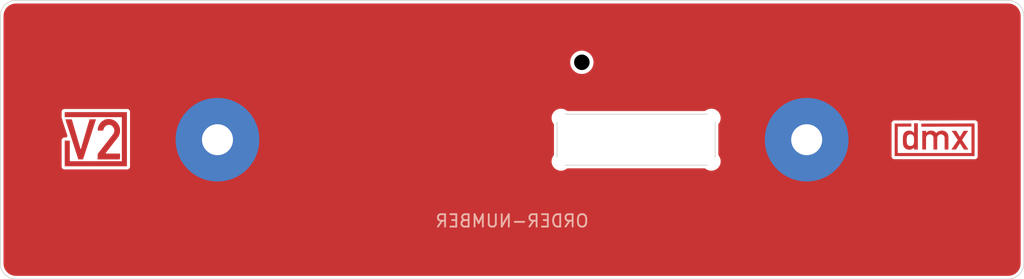
<source format=kicad_pcb>
(kicad_pcb (version 20211014) (generator pcbnew)
  (layers (0 "F.Cu" signal "Front") (31 "B.Cu" signal "Back") (34 "B.Paste" user) (35 "F.Paste" user) (36 "B.SilkS" user "B.Silkscreen") (37 "F.SilkS" user "F.Silkscreen") (38 "B.Mask" user) (39 "F.Mask" user) (44 "Edge.Cuts" user))
  (net 0 "")
  (net 1 "/SHIELD")
  (footprint "V2_Artwork:Board_dmx_Small" (layer "F.Cu") (at 177.25 106)
    (fp_text reference "ICON2" hide)
    (fp_text value "Board_dmx" hide)
    (fp_poly (pts (xy -1.081094 0.635153) (xy -1.323914 0.635153) (xy -1.323914 0.508218) (xy -1.339195 0.524699) (xy -1.355046 0.540163) (xy -1.371468 0.554607) (xy -1.388459 0.56803) (xy -1.40602 0.58043) (xy -1.424151 0.591806) (xy -1.442852 0.602155) (xy -1.462124 0.611475) (xy -1.481965 0.619766) (xy -1.502377 0.627026) (xy -1.523358 0.633252) (xy -1.54491 0.638443) (xy -1.567032 0.642597) (xy -1.589724 0.645713) (xy -1.612985 0.647789) (xy -1.636817 0.648823) (xy -1.650374 0.648375) (xy -1.663679 0.647614) (xy -1.676735 0.646539) (xy -1.689541 0.64515) (xy -1.702099 0.643445) (xy -1.714408 0.641423) (xy -1.72647 0.639083) (xy -1.738285 0.636423) (xy -1.749853 0.633444) (xy -1.761176 0.630142) (xy -1.772253 0.626518) (xy -1.783086 0.62257) (xy -1.793675 0.618297) (xy -1.80402 0.613698) (xy -1.814122 0.608772) (xy -1.823983 0.603518) (xy -1.83408 0.598208) (xy -1.843964 0.592679) (xy -1.853636 0.586931) (xy -1.863096 0.580962) (xy -1.872343 0.574774) (xy -1.881377 0.568367) (xy -1.890199 0.561739) (xy -1.898808 0.554892) (xy -1.907204 0.547825) (xy -1.915388 0.540538) (xy -1.92336 0.533032) (xy -1.931119 0.525306) (xy -1.938665 0.51736) (xy -1.945999 0.509194) (xy -1.95312 0.500809) (xy -1.960028 0.492204) (xy -1.966154 0.484872) (xy -1.972011 0.477228) (xy -1.977599 0.469273) (xy -1.982921 0.461007) (xy -1.987977 0.45243) (xy -1.992768 0.443541) (xy -1.997296 0.434341) (xy -2.001563 0.42483) (xy -2.005568 0.415008) (xy -2.009313 0.404874) (xy -2.0128 0.394429) (xy -2.01603 0.383673) (xy -2.019004 0.372606) (xy -2.021723 0.361227) (xy -2.024188 0.349537) (xy -2.026401 0.337536) (xy -2.031039 0.312363) (xy -2.035059 0.283417) (xy -2.03846 0.2507) (xy -2.041243 0.214212) (xy -2.043407 0.173952) (xy -2.044953 0.129921) (xy -2.04588 0.082118) (xy -2.04619 0.030544) (xy -1.802957 0.030544) (xy -1.802859 0.047625) (xy -1.802558 0.064597) (xy -1.802044 0.081459) (xy -1.801308 0.098211) (xy -1.80034 0.114853) (xy -1.799131 0.131385) (xy -1.797671 0.147808) (xy -1.795949 0.164121) (xy -1.793999 0.181038) (xy -1.791556 0.197521) (xy -1.78863 0.213573) (xy -1.785231 0.2292) (xy -1.781367 0.244406) (xy -1.77705 0.259195) (xy -1.772288 0.273572) (xy -1.767091 0.287541) (xy -1.764052 0.293986) (xy -1.76081 0.300285) (xy -1.757363 0.306438) (xy -1.753712 0.312447) (xy -1.749855 0.318312) (xy -1.745793 0.324032) (xy -1.741524 0.32961) (xy -1.737048 0.335046) (xy -1.732364 0.340339) (xy -1.727472 0.345492) (xy -1.72237 0.350503) (xy -1.71706 0.355374) (xy -1.711539 0.360106) (xy -1.705807 0.364698) (xy -1.699865 0.369153) (xy -1.69371 0.373469) (xy -1.687907 0.377373) (xy -1.681786 0.381029) (xy -1.675344 0.384437) (xy -1.668581 0.387597) (xy -1.661497 0.390506) (xy -1.654091 0.393166) (xy -1.646363 0.395575) (xy -1.638312 0.397733) (xy -1.629937 0.39964) (xy -1.621238 0.401293) (xy -1.612214 0.402695) (xy -1.602864 0.403842) (xy -1.593189 0.404736) (xy -1.583186 0.405375) (xy -1.572857 0.405758) (xy -1.562199 0.405886) (xy -1.551595 0.405754) (xy -1.541271 0.405354) (xy -1.531227 0.404687) (xy -1.521463 0.403751) (xy -1.511979 0.402544) (xy -1.502776 0.401067) (xy -1.493853 0.399317) (xy -1.48521 0.397294) (xy -1.476847 0.394996) (xy -1.468765 0.392422) (xy -1.460962 0.389572) (xy -1.45344 0.386443) (xy -1.446199 0.383035) (xy -1.439237 0.379347) (xy -1.432555 0.375377) (xy -1.426154 0.371125) (xy -1.420086 0.3668) (xy -1.414252 0.362318) (xy -1.408651 0.35768) (xy -1.403287 0.352884) (xy -1.398158 0.347931) (xy -1.393268 0.342819) (xy -1.388617 0.337548) (xy -1.384207 0.332117) (xy -1.380038 0.326526) (xy -1.376111 0.320774) (xy -1.372429 0.314861) (xy -1.368992 0.308786) (xy -1.365801 0.302549) (xy -1.362858 0.296149) (xy -1.360164 0.289585) (xy -1.357719 0.282856) (xy -1.352095 0.268904) (xy -1.346968 0.254582) (xy -1.342334 0.239884) (xy -1.338188 0.224806) (xy -1.334525 0.209344) (xy -1.331341 0.193492) (xy -1.32863 0.177247) (xy -1.326387 0.160604) (xy -1.325305 0.12765) (xy -1.324532 0.094989) (xy -1.324069 0.06262) (xy -1.323914 0.030544) (xy -1.324069 -0.003955) (xy -1.324532 -0.037758) (xy -1.325305 -0.070902) (xy -1.326387 -0.103424) (xy -1.32863 -0.119242) (xy -1.331341 -0.134768) (xy -1.334525 -0.15) (xy -1.338188 -0.164939) (xy -1.342334 -0.179586) (xy -1.346968 -0.193939) (xy -1.352095 -0.208) (xy -1.357719 -0.221767) (xy -1.360164 -0.228564) (xy -1.362858 -0.235189) (xy -1.365801 -0.241642) (xy -1.368992 -0.247924) (xy -1.372429 -0.254037) (xy -1.376111 -0.259982) (xy -1.380038 -0.265759) (xy -1.384207 -0.271371) (xy -1.388617 -0.276818) (xy -1.393268 -0.282101) (xy -1.398158 -0.287222) (xy -1.403287 -0.292182) (xy -1.408651 -0.296981) (xy -1.414252 -0.301621) (xy -1.420086 -0.306103) (xy -1.426154 -0.310429) (xy -1.432555 -0.314474) (xy -1.439237 -0.318264) (xy -1.446199 -0.321795) (xy -1.45344 -0.325069) (xy -1.460962 -0.328084) (xy -1.468765 -0.33084) (xy -1.476847 -0.333336) (xy -1.48521 -0.335572) (xy -1.493853 -0.337547) (xy -1.502776 -0.33926) (xy -1.511979 -0.340712) (xy -1.521463 -0.3419) (xy -1.531227 -0.342826) (xy -1.541271 -0.343488) (xy -1.551595 -0.343886) (xy -1.562199 -0.344018) (xy -1.572857 -0.343904) (xy -1.583186 -0.343561) (xy -1.593189 -0.342988) (xy -1.602864 -0.342187) (xy -1.612214 -0.341157) (xy -1.621238 -0.339899) (xy -1.629937 -0.338411) (xy -1.638312 -0.336695) (xy -1.646363 -0.334749) (xy -1.654091 -0.332575) (xy -1.661497 -0.330172) (xy -1.668581 -0.327541) (xy -1.675344 -0.32468) (xy -1.681786 -0.321591) (xy -1.687907 -0.318272) (xy -1.69371 -0.314725) (xy -1.699865 -0.310748) (xy -1.705807 -0.306579) (xy -1.711539 -0.302221) (xy -1.71706 -0.297674) (xy -1.72237 -0.292939) (xy -1.727472 -0.288018) (xy -1.732364 -0.282911) (xy -1.737048 -0.27762) (xy -1.741524 -0.272146) (xy -1.745793 -0.26649) (xy -1.749855 -0.260653) (xy -1.753712 -0.254637) (xy -1.757363 -0.248442) (xy -1.76081 -0.24207) (xy -1.764052 -0.235521) (xy -1.767091 -0.228798) (xy -1.772288 -0.21503) (xy -1.77705 -0.200964) (xy -1.781367 -0.186595) (xy -1.785231 -0.171921) (xy -1.78863 -0.156935) (xy -1.791556 -0.141633) (xy -1.793999 -0.12601) (xy -1.795949 -0.110063) (xy -1.797671 -0.092872) (xy -1.799131 -0.07557) (xy -1.80034 -0.058159) (xy -1.801308 -0.040638) (xy -1.802044 -0.023007) (xy -1.802558 -0.005267) (xy -1.802859 0.012584) (xy -1.802957 0.030544) (xy -2.04619 0.030544) (xy -2.04588 -0.021836) (xy -2.044953 -0.070298) (xy -2.043407 -0.114842) (xy -2.041243 -0.155468) (xy -2.03846 -0.192176) (xy -2.035059 -0.224966) (xy -2.031039 -0.253838) (xy -2.028797 -0.266805) (xy -2.026401 -0.278793) (xy -2.024188 -0.290295) (xy -2.021723 -0.301513) (xy -2.019004 -0.312447) (xy -2.01603 -0.323098) (xy -2.0128 -0.333465) (xy -2.009313 -0.343548) (xy -2.005568 -0.353347) (xy -2.001563 -0.362863) (xy -1.997296 -0.372095) (xy -1.992768 -0.381043) (xy -1.987977 -0.389708) (xy -1.982921 -0.398088) (xy -1.977599 -0.406185) (xy -1.972011 -0.413998) (xy -1.966154 -0.421527) (xy -1.960028 -0.428773) (xy -1.946738 -0.447241) (xy -1.932528 -0.464565) (xy -1.9174 -0.480745) (xy -1.901352 -0.495781) (xy -1.884384 -0.509672) (xy -1.866495 -0.522419) (xy -1.847684 -0.534022) (xy -1.827951 -0.544481) (xy -1.807295 -0.553795) (xy -1.785716 -0.561965) (xy -1.763213 -0.568991) (xy -1.739786 -0.574872) (xy -1.715433 -0.57961) (xy -1.690154 -0.583203) (xy -1.663949 -0.585651) (xy -1.636817 -0.586956) (xy -1.625203 -0.586805) (xy -1.613705 -0.586353) (xy -1.602321 -0.585599) (xy -1.591051 -0.584545) (xy -1.579894 -0.583192) (xy -1.568851 -0.581539) (xy -1.55792 -0.579587) (xy -1.5471 -0.577338) (xy -1.536392 -0.574791) (xy -1.525794 -0.571947) (xy -1.515306 -0.568806) (xy -1.504927 -0.56537) (xy -1.494657 -0.561639) (xy -1.484496 -0.557613) (xy -1.474441 -0.553293) (xy -1.464494 -0.548679) (xy -1.44633 -0.538078) (xy -1.428325 -0.526776) (xy -1.410484 -0.51477) (xy -1.392813 -0.502054) (xy -1.375315 -0.488624) (xy -1.357996 -0.474476) (xy -1.340861 -0.459604) (xy -1.323914 -0.444004) (xy -1.323914 -1.060332) (xy -1.081094 -1.060332)) (layer "F.Cu") (width 0) (fill solid))
    (fp_poly (pts (xy 0.506156 -0.586544) (xy 0.524572 -0.585307) (xy 0.542795 -0.583246) (xy 0.560825 -0.580359) (xy 0.578662 -0.576646) (xy 0.596305 -0.572106) (xy 0.613756 -0.566738) (xy 0.631012 -0.560543) (xy 0.648076 -0.55352) (xy 0.664947 -0.545667) (xy 0.681624 -0.536985) (xy 0.698108 -0.527472) (xy 0.714398 -0.517129) (xy 0.730496 -0.505955) (xy 0.7464 -0.493949) (xy 0.762111 -0.48111) (xy 0.777029 -0.467388) (xy 0.791021 -0.452879) (xy 0.804086 -0.437582) (xy 0.816226 -0.421499) (xy 0.82744 -0.404628) (xy 0.83773 -0.386969) (xy 0.847096 -0.368524) (xy 0.855539 -0.349291) (xy 0.863059 -0.329271) (xy 0.869656 -0.308463) (xy 0.875333 -0.286869) (xy 0.880088 -0.264487) (xy 0.883922 -0.241318) (xy 0.886838 -0.217361) (xy 0.888833 -0.192618) (xy 0.889911 -0.167087) (xy 0.889911 0.635153) (xy 0.646678 0.635153) (xy 0.646678 -0.083505) (xy 0.646422 -0.09909) (xy 0.645653 -0.114207) (xy 0.644371 -0.128857) (xy 0.642575 -0.143037) (xy 0.640264 -0.156749) (xy 0.637439 -0.16999) (xy 0.634097 -0.182762) (xy 0.630239 -0.195062) (xy 0.625864 -0.206892) (xy 0.620972 -0.218249) (xy 0.615562 -0.229134) (xy 0.609633 -0.239545) (xy 0.603184 -0.249483) (xy 0.596216 -0.258947) (xy 0.588727 -0.267936) (xy 0.580717 -0.276449) (xy 0.572224 -0.28461) (xy 0.56344 -0.292248) (xy 0.554365 -0.299364) (xy 0.544999 -0.305955) (xy 0.53534 -0.312023) (xy 0.525388 -0.317567) (xy 0.515143 -0.322585) (xy 0.504604 -0.327077) (xy 0.49377 -0.331043) (xy 0.482641 -0.334482) (xy 0.471216 -0.337393) (xy 0.459494 -0.339777) (xy 0.447475 -0.341632) (xy 0.435159 -0.342957) (xy 0.422544 -0.343753) (xy 0.40963 -0.344018) (xy 0.396711 -0.343753) (xy 0.384083 -0.342957) (xy 0.371744 -0.341632) (xy 0.359695 -0.339777) (xy 0.347936 -0.337393) (xy 0.336467 -0.334482) (xy 0.325288 -0.331043) (xy 0.314399 -0.327077) (xy 0.303799 -0.322585) (xy 0.29349 -0.317567) (xy 0.28347 -0.312023) (xy 0.27374 -0.305955) (xy 0.2643 -0.299364) (xy 0.25515 -0.292248) (xy 0.246289 -0.28461) (xy 0.237719 -0.276449) (xy 0.229405 -0.267936) (xy 0.221622 -0.258947) (xy 0.214372 -0.249483) (xy 0.207656 -0.239545) (xy 0.201473 -0.229134) (xy 0.195825 -0.218249) (xy 0.190712 -0.206892) (xy 0.186135 -0.195062) (xy 0.182094 -0.182762) (xy 0.178589 -0.16999) (xy 0.175622 -0.156749) (xy 0.173194 -0.143037) (xy 0.171303 -0.128857) (xy 0.169953 -0.114207) (xy 0.169142 -0.09909) (xy 0.168871 -0.083505) (xy 0.168871 0.635153) (xy -0.073949 0.635153) (xy -0.073949 -0.083505) (xy -0.074209 -0.09909) (xy -0.074991 -0.114207) (xy -0.076294 -0.128857) (xy -0.078116 -0.143037) (xy -0.080458 -0.156749) (xy -0.083318 -0.16999) (xy -0.086697 -0.182762) (xy -0.090593 -0.195062) (xy -0.095006 -0.206892) (xy -0.099936 -0.218249) (xy -0.105381 -0.229134) (xy -0.111341 -0.239545) (xy -0.117816 -0.249483) (xy -0.124805 -0.258947) (xy -0.132307 -0.267936) (xy -0.140321 -0.276449) (xy -0.148892 -0.28461) (xy -0.157753 -0.292248) (xy -0.166903 -0.299364) (xy -0.176343 -0.305955) (xy -0.186073 -0.312023) (xy -0.196093 -0.317567) (xy -0.206402 -0.322585) (xy -0.217002 -0.327077) (xy -0.227891 -0.331043) (xy -0.23907 -0.334482) (xy -0.250539 -0.337393) (xy -0.262298 -0.339777) (xy -0.274347 -0.341632) (xy -0.286686 -0.342957) (xy -0.299315 -0.343753) (xy -0.312233 -0.344018) (xy -0.32522 -0.343753) (xy -0.337897 -0.342957) (xy -0.350267 -0.341632) (xy -0.362329 -0.339777) (xy -0.374085 -0.337393) (xy -0.385534 -0.334482) (xy -0.396678 -0.331043) (xy -0.407517 -0.327077) (xy -0.418051 -0.322585) (xy -0.428282 -0.317567) (xy -0.438209 -0.312023) (xy -0.447834 -0.305955) (xy -0.457157 -0.299364) (xy -0.466178 -0.292248) (xy -0.474899 -0.28461) (xy -0.48332 -0.276449) (xy -0.491779 -0.267936) (xy -0.499689 -0.258947) (xy -0.507048 -0.249483) (xy -0.513859 -0.239545) (xy -0.520122 -0.229134) (xy -0.525837 -0.218249) (xy -0.531004 -0.206892) (xy -0.535625 -0.195062) (xy -0.539701 -0.182762) (xy -0.543231 -0.16999) (xy -0.546216 -0.156749) (xy -0.548657 -0.143037) (xy -0.550554 -0.128857) (xy -0.551909 -0.114207) (xy -0.552721 -0.09909) (xy -0.552992 -0.083505) (xy -0.552992 0.635153) (xy -0.796223 0.635153) (xy -0.796223 -0.571724) (xy -0.552992 -0.571724) (xy -0.552992 -0.444004) (xy -0.548457 -0.444004) (xy -0.533171 -0.461315) (xy -0.517304 -0.477509) (xy -0.500855 -0.492586) (xy -0.483823 -0.506546) (xy -0.466206 -0.519389) (xy -0.448003 -0.531116) (xy -0.429213 -0.541726) (xy -0.409835 -0.551218) (xy -0.389868 -0.559595) (xy -0.36931 -0.566854) (xy -0.34816 -0.572996) (xy -0.326418 -0.578022) (xy -0.304081 -0.58193) (xy -0.281148 -0.584722) (xy -0.257619 -0.586398) (xy -0.233492 -0.586956) (xy -0.217989 -0.586512) (xy -0.202863 -0.585767) (xy -0.188116 -0.58472) (xy -0.173747 -0.583373) (xy -0.159757 -0.581727) (xy -0.146147 -0.579781) (xy -0.132918 -0.577537) (xy -0.120069 -0.574994) (xy -0.107603 -0.572154) (xy -0.095519 -0.569017) (xy -0.083817 -0.565584) (xy -0.072499 -0.561855) (xy -0.061565 -0.55783) (xy -0.051016 -0.553511) (xy -0.040852 -0.548898) (xy -0.031074 -0.543992) (xy -0.021692 -0.538188) (xy -0.012406 -0.532201) (xy -0.003217 -0.526029) (xy 0.005875 -0.519673) (xy 0.014871 -0.513131) (xy 0.02377 -0.506403) (xy 0.032572 -0.499489) (xy 0.041278 -0.492387) (xy 0.049887 -0.485098) (xy 0.0584 -0.477621) (xy 0.066816 -0.469955) (xy 0.075135 -0.4621) (xy 0.083358 -0.454054) (xy 0.091484 -0.445818) (xy 0.099513 -0.437391) (xy 0.107446 -0.428773) (xy 0.125524 -0.448202) (xy 0.144357 -0.466359) (xy 0.163944 -0.483244) (xy 0.184287 -0.498857) (xy 0.205386 -0.513196) (xy 0.227242 -0.526264) (xy 0.249854 -0.538059) (xy 0.273225 -0.548582) (xy 0.297354 -0.557832) (xy 0.322242 -0.56581) (xy 0.34789 -0.572515) (xy 0.374299 -0.577948) (xy 0.401468 -0.582109) (xy 0.429398 -0.584997) (xy 0.458091 -0.586613) (xy 0.487546 -0.586956)) (layer "F.Cu") (width 0) (fill solid))
    (fp_poly (pts (xy 2.576713 1.060333) (xy -2.576713 1.060333) (xy -2.576713 -1.042908) (xy -1.50095 -1.045409) (xy -1.500688 -0.847088) (xy -2.378223 -0.845088) (xy -2.378223 0.861763) (xy 2.378223 0.861763) (xy 2.378223 -0.85134) (xy -0.858991 -0.839086) (xy -0.859775 -1.037656) (xy 2.576713 -1.05041)) (layer "F.Cu") (width 0) (fill solid))
    (fp_poly (pts (xy 1.632799 -0.181149) (xy 1.873559 -0.571724) (xy 2.1642 -0.571724) (xy 1.768844 0.018826) (xy 2.180278 0.635153) (xy 1.890873 0.635153) (xy 1.632799 0.232861) (xy 1.375963 0.635153) (xy 1.08532 0.635153) (xy 1.497991 0.018826) (xy 1.102635 -0.571724) (xy 1.393278 -0.571724)) (layer "F.Cu") (width 0) (fill solid))
    (zone (net 0) (net_name "") (layer "F.Cu") (connect_pads (clearance 0)) (min_thickness 0.254)
      (keepout (tracks not_allowed) (vias not_allowed) (pads not_allowed) (copperpour not_allowed) (footprints not_allowed))
      (fill (thermal_gap 0.508) (thermal_bridge_width 0.508))
      (polygon (pts (xy 179.921621 107.179278) (xy 174.574929 107.179278) (xy 174.574929 104.851875) (xy 179.921621 104.851875)))
    )
  )
  (footprint "V2_Artwork:Logo_Small" (layer "F.Cu") (at 123.25 106)
    (fp_text reference "ICON1" hide)
    (fp_text value "V2-logo" hide)
    (fp_poly (pts (xy 0.862421 -1.32688) (xy 0.960344 -1.303887) (xy 1.053932 -1.266924) (xy 1.140943 -1.216397) (xy 1.219701 -1.153847) (xy 1.289786 -1.081749) (xy 1.350542 -1.001625) (xy 1.399768 -0.913898) (xy 1.435918 -0.820016) (xy 1.458468 -0.722) (xy 1.467956 -0.621911) (xy 1.465544 -0.521418) (xy 1.450928 -0.421932) (xy 1.422941 -0.325314) (xy 1.381219 -0.233761) (xy 1.32667 -0.149382) (xy 0.531352 0.87181) (xy 0.569453 0.895459) (xy 1.36796 0.895459) (xy 1.468453 0.900054) (xy 1.468453 1.206089) (xy 1.430088 1.273471) (xy 0.0225 1.273487) (xy 0.0225 0.967661) (xy 0.055771 0.877369) (xy 0.979104 -0.30523) (xy 1.038253 -0.385132) (xy 1.080844 -0.473929) (xy 1.098164 -0.570885) (xy 1.091767 -0.669077) (xy 1.059415 -0.761986) (xy 1.005396 -0.844371) (xy 0.93265 -0.91011) (xy 0.842392 -0.947991) (xy 0.744555 -0.957379) (xy 0.647511 -0.941672) (xy 0.558941 -0.899254) (xy 0.485254 -0.834228) (xy 0.432401 -0.751364) (xy 0.402317 -0.656406) (xy 0.361353 -0.584278) (xy 0.055147 -0.584278) (xy 0.02538 -0.657535) (xy 0.039764 -0.758101) (xy 0.066781 -0.854983) (xy 0.107035 -0.947172) (xy 0.159906 -1.032748) (xy 0.223839 -1.110347) (xy 0.296655 -1.179682) (xy 0.377971 -1.238903) (xy 0.467163 -1.285515) (xy 0.562602 -1.317508) (xy 0.661819 -1.334283) (xy 0.76236 -1.336756)) (layer "F.Cu") (width 0) (fill solid))
    (fp_poly (pts (xy 1.91 1.7195) (xy -2.1005 1.7195) (xy -2.1005 0.0585) (xy -1.773 0.0585) (xy -1.773 1.392) (xy 1.5825 1.392) (xy 1.5825 -1.4555) (xy -2.1005 -1.4555) (xy -2.1005 -1.783) (xy 1.91 -1.783)) (layer "F.Cu") (width 0) (fill solid))
    (fp_poly (pts (xy -1.617677 -1.221322) (xy -1.084635 0.601822) (xy -1.059048 0.604213) (xy -0.526231 -1.218162) (xy -0.494416 -1.314387) (xy -0.190339 -1.314387) (xy -0.085353 -1.31286) (xy -0.918222 1.270316) (xy -1.019731 1.273487) (xy -1.223737 1.273487) (xy -2.056569 -1.309583) (xy -1.95594 -1.314387) (xy -1.651908 -1.314387)) (layer "F.Cu") (width 0) (fill solid))
    (zone (net 0) (net_name "") (layer "F.Cu") (connect_pads (clearance 0)) (min_thickness 0.254)
      (keepout (tracks not_allowed) (vias not_allowed) (pads not_allowed) (copperpour not_allowed) (footprints allowed))
      (fill (thermal_gap 0.508) (thermal_bridge_width 0.508))
      (polygon (pts (xy 121.0275 107.8415) (xy 125.282 107.8415) (xy 125.282 104.095) (xy 121.0275 104.095) (xy 121.0275 104.63475) (xy 121.45295 105.9365) (xy 121.0275 105.9365)))
    )
  )
  (footprint "V2_Mechanical:Mounting_Hole_Pad_2-5.2" (layer "F.Cu") (at 169 106)
    (fp_text reference "H2" hide)
    (fp_text value "MountingHole_Pad" hide)
    (pad "1" thru_hole circle (at 0 0) (size 5.4 5.4) (drill 2) (layers *.Cu *.Mask) (net 1 "/SHIELD"))
  )
  (footprint "V2_Mechanical:Mounting_Hole_1" (layer "F.Cu") (at 154.5 101)
    (fp_text reference "H1" hide)
    (fp_text value "MountingHole" hide)
    (pad "" np_thru_hole circle (at 0 0) (size 1.2 1.2) (drill 1) (layers *.Mask))
  )
  (footprint "V2_PCB_Devices:PCB_Button-top" (layer "F.Cu") (at 158 106 90)
    (fp_text reference "SWT1" hide)
    (fp_text value "Button-top" hide)
    (fp_line (start 1.65 -5.1) (end 1.65 5.1) (layer "Edge.Cuts") (width 0.05))
    (fp_line (start 1.65 5.1) (end -1.65 5.1) (layer "Edge.Cuts") (width 0.05))
    (fp_line (start -1.65 -5.1) (end 1.65 -5.1) (layer "Edge.Cuts") (width 0.05))
    (fp_line (start -1.65 5.1) (end -1.65 -5.1) (layer "Edge.Cuts") (width 0.05))
    (pad "" np_thru_hole circle (at -1.4 -4.85 90) (size 0.7 0.7) (drill 0.7) (layers *.Cu *.Mask))
    (pad "" np_thru_hole circle (at 1.4 -4.85 90) (size 0.7 0.7) (drill 0.7) (layers *.Cu *.Mask))
    (pad "" np_thru_hole circle (at -1.4 4.85 90) (size 0.7 0.7) (drill 0.7) (layers *.Cu *.Mask))
    (pad "" np_thru_hole circle (at 1.4 4.85 90) (size 0.7 0.7) (drill 0.7) (layers *.Cu *.Mask))
  )
  (footprint "V2_Mechanical:Mounting_Hole_Pad_2-5.2" (layer "F.Cu") (at 131 106)
    (fp_text reference "H3" hide)
    (fp_text value "MountingHole_Pad" hide)
    (pad "1" thru_hole circle (at 0 0) (size 5.4 5.4) (drill 2) (layers *.Cu *.Mask) (net 1 "/SHIELD"))
  )
  (footprint "V2_Production:Order_Number" (layer "B.Cu") (at 150 111.25 180)
    (fp_text reference "INFO1" hide)
    (fp_text value "ORDER-NUMBER" hide)
    (fp_text user "ORDER-NUMBER" (at 0 0 unlocked) (layer "B.SilkS") (effects (font (size 0.8 0.8) (thickness 0.12)) (justify mirror)))
  )
  (gr_line (start 117 98) (end 117 114) (layer "Edge.Cuts") (width 0.05))
  (gr_line (start 118 97) (end 182 97) (layer "Edge.Cuts") (width 0.05))
  (gr_line (start 183 98) (end 183 114) (layer "Edge.Cuts") (width 0.05))
  (gr_arc (start 118 115) (mid 117.292893 114.707107) (end 117 114) (layer "Edge.Cuts") (width 0.05))
  (gr_arc (start 183 114) (mid 182.707107 114.707107) (end 182 115) (layer "Edge.Cuts") (width 0.05))
  (gr_arc (start 117 98) (mid 117.292893 97.292893) (end 118 97) (layer "Edge.Cuts") (width 0.05))
  (gr_arc (start 182 97) (mid 182.707107 97.292893) (end 183 98) (layer "Edge.Cuts") (width 0.05))
  (gr_line (start 118 115) (end 182 115) (layer "Edge.Cuts") (width 0.05))
  (zone (net 1) (net_name "/SHIELD") (layer "F.Cu") (priority 1) (connect_pads (clearance 0.2)) (min_thickness 0.2) (fill yes (thermal_gap 0.508) (thermal_bridge_width 0.508))
    (polygon (pts (xy 183.005454 115) (xy 117 115) (xy 117 97) (xy 183.005454 97)))
  )
)
</source>
